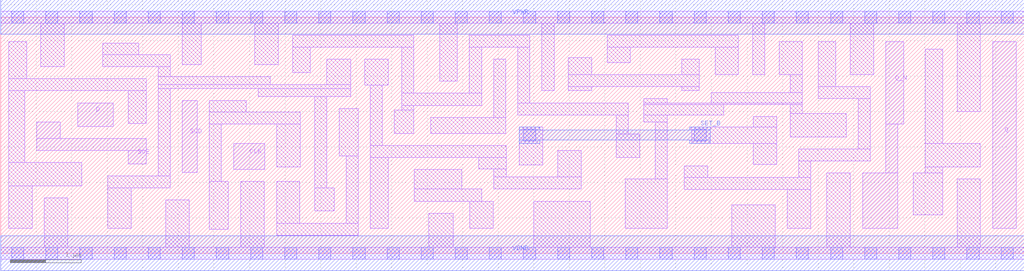
<source format=lef>
# Copyright 2020 The SkyWater PDK Authors
#
# Licensed under the Apache License, Version 2.0 (the "License");
# you may not use this file except in compliance with the License.
# You may obtain a copy of the License at
#
#     https://www.apache.org/licenses/LICENSE-2.0
#
# Unless required by applicable law or agreed to in writing, software
# distributed under the License is distributed on an "AS IS" BASIS,
# WITHOUT WARRANTIES OR CONDITIONS OF ANY KIND, either express or implied.
# See the License for the specific language governing permissions and
# limitations under the License.
#
# SPDX-License-Identifier: Apache-2.0

VERSION 5.7 ;
  NAMESCASESENSITIVE ON ;
  NOWIREEXTENSIONATPIN ON ;
  DIVIDERCHAR "/" ;
  BUSBITCHARS "[]" ;
UNITS
  DATABASE MICRONS 200 ;
END UNITS
MACRO sky130_fd_sc_hs__sdfsbp_1
  CLASS CORE ;
  FOREIGN sky130_fd_sc_hs__sdfsbp_1 ;
  ORIGIN  0.000000  0.000000 ;
  SIZE  14.40000 BY  3.330000 ;
  SYMMETRY X Y ;
  SITE unit ;
  PIN D
    ANTENNAGATEAREA  0.159000 ;
    DIRECTION INPUT ;
    USE SIGNAL ;
    PORT
      LAYER li1 ;
        RECT 1.085000 1.790000 1.585000 2.120000 ;
    END
  END D
  PIN Q
    ANTENNADIFFAREA  0.535700 ;
    DIRECTION OUTPUT ;
    USE SIGNAL ;
    PORT
      LAYER li1 ;
        RECT 13.955000 0.350000 14.290000 2.980000 ;
    END
  END Q
  PIN Q_N
    ANTENNADIFFAREA  0.535700 ;
    DIRECTION OUTPUT ;
    USE SIGNAL ;
    PORT
      LAYER li1 ;
        RECT 12.125000 0.350000 12.620000 1.130000 ;
        RECT 12.450000 1.130000 12.620000 1.820000 ;
        RECT 12.450000 1.820000 12.705000 2.980000 ;
    END
  END Q_N
  PIN SCD
    ANTENNAGATEAREA  0.159000 ;
    DIRECTION INPUT ;
    USE SIGNAL ;
    PORT
      LAYER li1 ;
        RECT 2.555000 1.140000 2.765000 2.150000 ;
    END
  END SCD
  PIN SCE
    ANTENNAGATEAREA  0.318000 ;
    DIRECTION INPUT ;
    USE SIGNAL ;
    PORT
      LAYER li1 ;
        RECT 0.505000 1.450000 2.045000 1.620000 ;
        RECT 0.505000 1.620000 0.835000 1.850000 ;
        RECT 1.795000 1.260000 2.045000 1.450000 ;
    END
  END SCE
  PIN SET_B
    ANTENNAGATEAREA  0.252000 ;
    DIRECTION INPUT ;
    USE SIGNAL ;
    PORT
      LAYER met1 ;
        RECT 7.295000 1.550000 7.585000 1.595000 ;
        RECT 7.295000 1.595000 9.985000 1.735000 ;
        RECT 7.295000 1.735000 7.585000 1.780000 ;
        RECT 9.695000 1.550000 9.985000 1.595000 ;
        RECT 9.695000 1.735000 9.985000 1.780000 ;
    END
  END SET_B
  PIN CLK
    ANTENNAGATEAREA  0.279000 ;
    DIRECTION INPUT ;
    USE CLOCK ;
    PORT
      LAYER li1 ;
        RECT 3.275000 1.180000 3.715000 1.550000 ;
    END
  END CLK
  PIN VGND
    DIRECTION INOUT ;
    USE GROUND ;
    PORT
      LAYER met1 ;
        RECT 0.000000 -0.245000 14.400000 0.245000 ;
    END
  END VGND
  PIN VPWR
    DIRECTION INOUT ;
    USE POWER ;
    PORT
      LAYER met1 ;
        RECT 0.000000 3.085000 14.400000 3.575000 ;
    END
  END VPWR
  OBS
    LAYER li1 ;
      RECT  0.000000 -0.085000 14.400000 0.085000 ;
      RECT  0.000000  3.245000 14.400000 3.415000 ;
      RECT  0.115000  0.350000  0.445000 0.950000 ;
      RECT  0.115000  0.950000  1.140000 1.280000 ;
      RECT  0.115000  1.280000  0.335000 2.290000 ;
      RECT  0.115000  2.290000  2.045000 2.460000 ;
      RECT  0.115000  2.460000  0.365000 2.980000 ;
      RECT  0.565000  2.630000  0.895000 3.245000 ;
      RECT  0.615000  0.085000  0.945000 0.780000 ;
      RECT  1.435000  2.630000  2.385000 2.800000 ;
      RECT  1.435000  2.800000  1.945000 2.960000 ;
      RECT  1.505000  0.350000  1.835000 0.920000 ;
      RECT  1.505000  0.920000  2.385000 1.090000 ;
      RECT  1.795000  1.830000  2.045000 2.290000 ;
      RECT  2.215000  1.090000  2.385000 2.320000 ;
      RECT  2.215000  2.320000  4.925000 2.380000 ;
      RECT  2.215000  2.380000  3.795000 2.490000 ;
      RECT  2.215000  2.490000  2.385000 2.630000 ;
      RECT  2.325000  0.085000  2.655000 0.750000 ;
      RECT  2.555000  2.660000  2.820000 3.245000 ;
      RECT  2.935000  0.340000  3.200000 1.010000 ;
      RECT  2.935000  1.010000  3.105000 1.820000 ;
      RECT  2.935000  1.820000  4.215000 1.990000 ;
      RECT  2.935000  1.990000  3.455000 2.150000 ;
      RECT  3.380000  0.085000  3.710000 1.010000 ;
      RECT  3.575000  2.660000  3.905000 3.245000 ;
      RECT  3.625000  2.210000  4.925000 2.320000 ;
      RECT  3.880000  0.255000  5.030000 0.425000 ;
      RECT  3.880000  0.425000  4.210000 1.010000 ;
      RECT  3.885000  1.220000  4.215000 1.820000 ;
      RECT  4.105000  2.550000  4.355000 2.905000 ;
      RECT  4.105000  2.905000  5.810000 3.075000 ;
      RECT  4.420000  0.595000  4.690000 0.925000 ;
      RECT  4.420000  0.925000  4.590000 2.210000 ;
      RECT  4.590000  2.380000  4.925000 2.735000 ;
      RECT  4.760000  1.370000  5.030000 2.040000 ;
      RECT  4.860000  0.425000  5.030000 1.370000 ;
      RECT  5.120000  2.370000  5.450000 2.735000 ;
      RECT  5.200000  0.350000  5.450000 1.350000 ;
      RECT  5.200000  1.350000  7.110000 1.520000 ;
      RECT  5.200000  1.520000  5.370000 2.370000 ;
      RECT  5.540000  1.690000  5.810000 2.020000 ;
      RECT  5.640000  2.020000  5.810000 2.085000 ;
      RECT  5.640000  2.085000  6.765000 2.255000 ;
      RECT  5.640000  2.255000  5.810000 2.905000 ;
      RECT  5.815000  0.735000  6.770000 0.905000 ;
      RECT  5.815000  0.905000  6.485000 1.180000 ;
      RECT  6.020000  0.085000  6.370000 0.565000 ;
      RECT  6.050000  1.690000  7.105000 1.915000 ;
      RECT  6.175000  2.425000  6.425000 3.245000 ;
      RECT  6.595000  2.255000  6.765000 2.905000 ;
      RECT  6.595000  2.905000  7.445000 3.075000 ;
      RECT  6.600000  0.350000  6.930000 0.735000 ;
      RECT  6.725000  1.190000  7.110000 1.350000 ;
      RECT  6.935000  1.915000  7.105000 2.735000 ;
      RECT  6.940000  0.905000  8.165000 1.075000 ;
      RECT  6.940000  1.075000  7.110000 1.190000 ;
      RECT  7.275000  1.950000  8.830000 2.120000 ;
      RECT  7.275000  2.120000  7.445000 2.905000 ;
      RECT  7.295000  1.245000  7.625000 1.780000 ;
      RECT  7.500000  0.085000  8.295000 0.735000 ;
      RECT  7.615000  2.295000  7.785000 3.245000 ;
      RECT  7.835000  1.075000  8.165000 1.450000 ;
      RECT  7.985000  2.290000  8.315000 2.350000 ;
      RECT  7.985000  2.350000  9.830000 2.520000 ;
      RECT  7.985000  2.520000  8.315000 2.755000 ;
      RECT  8.530000  2.690000  8.860000 2.905000 ;
      RECT  8.530000  2.905000 10.380000 3.075000 ;
      RECT  8.660000  1.350000  8.990000 1.680000 ;
      RECT  8.660000  1.680000  8.830000 1.950000 ;
      RECT  8.785000  0.350000  9.380000 1.050000 ;
      RECT  9.045000  1.850000  9.380000 1.950000 ;
      RECT  9.045000  1.950000 10.170000 2.095000 ;
      RECT  9.045000  2.095000 11.280000 2.120000 ;
      RECT  9.045000  2.120000  9.380000 2.180000 ;
      RECT  9.210000  1.050000  9.380000 1.850000 ;
      RECT  9.580000  2.290000  9.830000 2.350000 ;
      RECT  9.580000  2.520000  9.830000 2.735000 ;
      RECT  9.620000  0.900000 11.395000 1.070000 ;
      RECT  9.620000  1.070000  9.950000 1.230000 ;
      RECT  9.725000  1.550000 10.915000 1.780000 ;
      RECT 10.000000  2.120000 11.280000 2.265000 ;
      RECT 10.050000  2.520000 10.380000 2.905000 ;
      RECT 10.285000  0.085000 10.895000 0.680000 ;
      RECT 10.580000  2.520000 10.750000 3.245000 ;
      RECT 10.585000  1.255000 10.915000 1.550000 ;
      RECT 10.585000  1.780000 10.915000 1.925000 ;
      RECT 10.950000  2.520000 11.280000 2.980000 ;
      RECT 11.065000  0.350000 11.395000 0.900000 ;
      RECT 11.110000  1.640000 11.895000 1.970000 ;
      RECT 11.110000  1.970000 11.280000 2.095000 ;
      RECT 11.110000  2.265000 11.280000 2.520000 ;
      RECT 11.225000  1.070000 11.395000 1.300000 ;
      RECT 11.225000  1.300000 12.235000 1.470000 ;
      RECT 11.500000  2.180000 12.235000 2.350000 ;
      RECT 11.500000  2.350000 11.750000 2.980000 ;
      RECT 11.625000  0.085000 11.955000 1.130000 ;
      RECT 11.950000  2.520000 12.280000 3.245000 ;
      RECT 12.065000  1.470000 12.235000 2.180000 ;
      RECT 12.840000  0.540000 13.255000 1.130000 ;
      RECT 13.005000  1.130000 13.255000 1.220000 ;
      RECT 13.005000  1.220000 13.785000 1.550000 ;
      RECT 13.005000  1.550000 13.255000 2.875000 ;
      RECT 13.455000  0.085000 13.785000 1.050000 ;
      RECT 13.455000  1.995000 13.785000 3.245000 ;
    LAYER mcon ;
      RECT  0.155000 -0.085000  0.325000 0.085000 ;
      RECT  0.155000  3.245000  0.325000 3.415000 ;
      RECT  0.635000 -0.085000  0.805000 0.085000 ;
      RECT  0.635000  3.245000  0.805000 3.415000 ;
      RECT  1.115000 -0.085000  1.285000 0.085000 ;
      RECT  1.115000  3.245000  1.285000 3.415000 ;
      RECT  1.595000 -0.085000  1.765000 0.085000 ;
      RECT  1.595000  3.245000  1.765000 3.415000 ;
      RECT  2.075000 -0.085000  2.245000 0.085000 ;
      RECT  2.075000  3.245000  2.245000 3.415000 ;
      RECT  2.555000 -0.085000  2.725000 0.085000 ;
      RECT  2.555000  3.245000  2.725000 3.415000 ;
      RECT  3.035000 -0.085000  3.205000 0.085000 ;
      RECT  3.035000  3.245000  3.205000 3.415000 ;
      RECT  3.515000 -0.085000  3.685000 0.085000 ;
      RECT  3.515000  3.245000  3.685000 3.415000 ;
      RECT  3.995000 -0.085000  4.165000 0.085000 ;
      RECT  3.995000  3.245000  4.165000 3.415000 ;
      RECT  4.475000 -0.085000  4.645000 0.085000 ;
      RECT  4.475000  3.245000  4.645000 3.415000 ;
      RECT  4.955000 -0.085000  5.125000 0.085000 ;
      RECT  4.955000  3.245000  5.125000 3.415000 ;
      RECT  5.435000 -0.085000  5.605000 0.085000 ;
      RECT  5.435000  3.245000  5.605000 3.415000 ;
      RECT  5.915000 -0.085000  6.085000 0.085000 ;
      RECT  5.915000  3.245000  6.085000 3.415000 ;
      RECT  6.395000 -0.085000  6.565000 0.085000 ;
      RECT  6.395000  3.245000  6.565000 3.415000 ;
      RECT  6.875000 -0.085000  7.045000 0.085000 ;
      RECT  6.875000  3.245000  7.045000 3.415000 ;
      RECT  7.355000 -0.085000  7.525000 0.085000 ;
      RECT  7.355000  1.580000  7.525000 1.750000 ;
      RECT  7.355000  3.245000  7.525000 3.415000 ;
      RECT  7.835000 -0.085000  8.005000 0.085000 ;
      RECT  7.835000  3.245000  8.005000 3.415000 ;
      RECT  8.315000 -0.085000  8.485000 0.085000 ;
      RECT  8.315000  3.245000  8.485000 3.415000 ;
      RECT  8.795000 -0.085000  8.965000 0.085000 ;
      RECT  8.795000  3.245000  8.965000 3.415000 ;
      RECT  9.275000 -0.085000  9.445000 0.085000 ;
      RECT  9.275000  3.245000  9.445000 3.415000 ;
      RECT  9.755000 -0.085000  9.925000 0.085000 ;
      RECT  9.755000  1.580000  9.925000 1.750000 ;
      RECT  9.755000  3.245000  9.925000 3.415000 ;
      RECT 10.235000 -0.085000 10.405000 0.085000 ;
      RECT 10.235000  3.245000 10.405000 3.415000 ;
      RECT 10.715000 -0.085000 10.885000 0.085000 ;
      RECT 10.715000  3.245000 10.885000 3.415000 ;
      RECT 11.195000 -0.085000 11.365000 0.085000 ;
      RECT 11.195000  3.245000 11.365000 3.415000 ;
      RECT 11.675000 -0.085000 11.845000 0.085000 ;
      RECT 11.675000  3.245000 11.845000 3.415000 ;
      RECT 12.155000 -0.085000 12.325000 0.085000 ;
      RECT 12.155000  3.245000 12.325000 3.415000 ;
      RECT 12.635000 -0.085000 12.805000 0.085000 ;
      RECT 12.635000  3.245000 12.805000 3.415000 ;
      RECT 13.115000 -0.085000 13.285000 0.085000 ;
      RECT 13.115000  3.245000 13.285000 3.415000 ;
      RECT 13.595000 -0.085000 13.765000 0.085000 ;
      RECT 13.595000  3.245000 13.765000 3.415000 ;
      RECT 14.075000 -0.085000 14.245000 0.085000 ;
      RECT 14.075000  3.245000 14.245000 3.415000 ;
  END
END sky130_fd_sc_hs__sdfsbp_1
END LIBRARY

</source>
